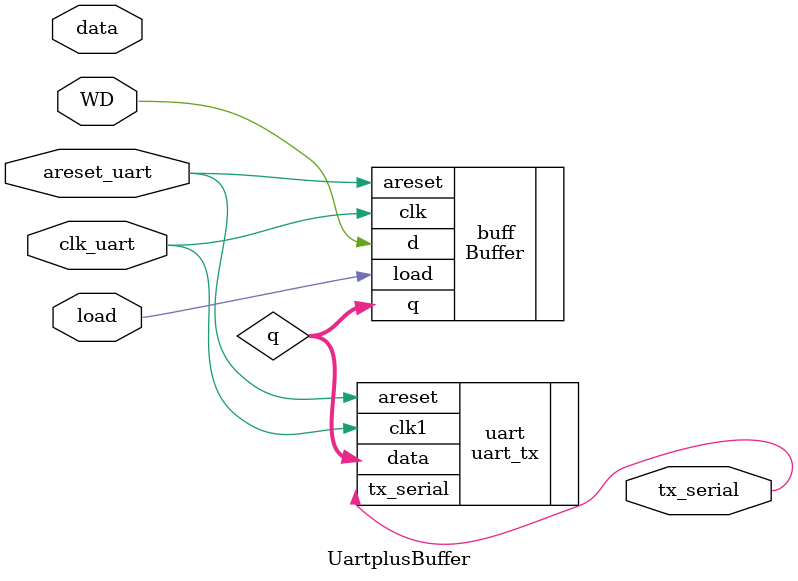
<source format=v>
module UartplusBuffer(
  input clk_uart,areset_uart,WD,load,
  input [7:0] data,
  output tx_serial
);

wire [7:0] q;

uart_tx uart (.areset(areset_uart),.clk1(clk_uart),.data(q),.tx_serial(tx_serial));




Buffer buff (.areset(areset_uart),.clk(clk_uart),.load(load),.d(WD),.q(q));

endmodule

</source>
